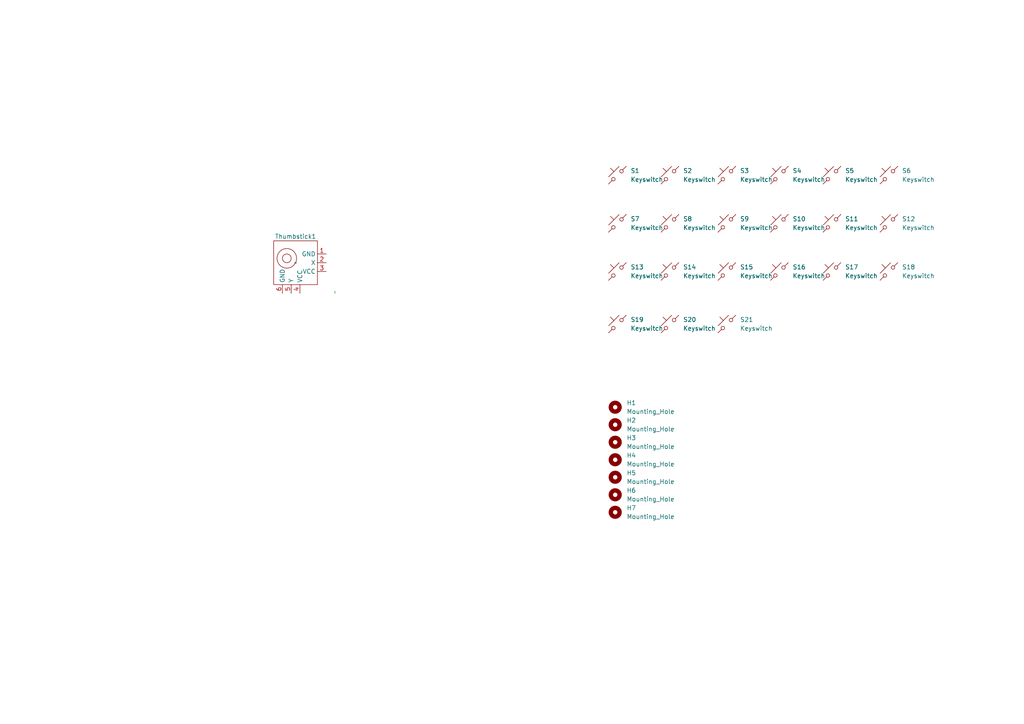
<source format=kicad_sch>
(kicad_sch (version 20230121) (generator eeschema)
  (paper "A4")
  (title_block (title "VF-31A Kairos Choc RGB") (rev "v1.0.0-rc1") (comment 2 "X=18.5mm; Y=17.5mm") (comment 3 "Spaced for MBK Glow R2 Choc Keycap Set"))
  (lib_symbols
    (symbol "ScottoKeebs:Placeholder_Keyswitch" (pin_numbers hide) (pin_names (offset 1.016) hide)
      (property "Reference" "S" (at 3.048 1.016 0))
      (property "Value" "Keyswitch" (at 0 -3.81 0))
      (symbol "Placeholder_Keyswitch_0_1"
        (circle (center -1.1684 1.1684) (radius 0.508))
        (polyline (pts (xy -0.508 2.54) (xy 2.54 -0.508)))
        (polyline (pts (xy 1.016 1.016) (xy 2.032 2.032)))
        (polyline (pts (xy -2.54 2.54) (xy -1.524 1.524) (xy -1.524 1.524)))
        (polyline (pts (xy 1.524 -1.524) (xy 2.54 -2.54) (xy 2.54 -2.54) (xy 2.54 -2.54)))
        (circle (center 1.143 -1.1938) (radius 0.508))
        (pin passive line (at -2.54 2.54 0) (length 0) (name "1") (number "1"))
        (pin passive line (at 2.54 -2.54 180) (length 0) (name "2") (number "2"))
      )
    )
    (symbol "ScottoKeebs:Placeholder_Mounting_Hole" (pin_names (offset 1.016))
      (property "Reference" "H" (at 0 5.08 0))
      (property "Value" "Mounting_Hole" (at 0 3.175 0))
      (symbol "Placeholder_Mounting_Hole_0_1"
        (circle (center 0 0) (radius 1.27) (stroke (width 1.27)))
      )
    )
    (symbol "mylocalSymbols1:Mini_2-Axis_Analog_Thumbstick"
      (property "Reference" "Thumbstick" (at 0 5.08 0))
      (symbol "Mini_2-Axis_Analog_Thumbstick_0_1"
        (rectangle (start -6.35 6.35) (end 6.35 -6.35))
        (circle (center -2.54 1.27) (radius 1.27))
        (circle (center -2.54 1.27) (radius 2.8398))
      )
      (symbol "Mini_2-Axis_Analog_Thumbstick_1_1"
        (pin power_in line (at 8.89 2.54 180) (length 2.54) (name "GND") (number "1"))
        (pin output line (at 8.89 0 180) (length 2.54) (name "X") (number "2"))
        (pin power_in line (at 8.89 -2.54 180) (length 2.54) (name "VCC") (number "3"))
        (pin power_in line (at 1.27 -8.89 90) (length 2.54) (name "VCC") (number "4"))
        (pin output line (at -1.27 -8.89 90) (length 2.54) (name "Y") (number "5"))
        (pin power_in line (at -3.81 -8.89 90) (length 2.54) (name "GND") (number "6"))
      )
    )
  )
  (wire (pts (xy 97.155 84.455) (xy 97.155 85.09)))
  (symbol (lib_id "ScottoKeebs:Placeholder_Keyswitch") (at 257.81 64.77 90) (unit 1)
    (property "Reference" "S12" (at 261.62 63.5 90) (effects (justify right)))
    (property "Value" "Keyswitch" (at 261.62 66.04 90) (effects (justify right)))
    (property "Footprint" "mylocal_footprints:Choc_1350_Mount" (effects hide))
  )
  (symbol (lib_id "ScottoKeebs:Placeholder_Keyswitch") (at 179.07 64.77 90) (unit 1)
    (property "Reference" "S7" (at 182.88 63.5 90) (effects (justify right)))
    (property "Value" "Keyswitch" (at 182.88 66.04 90) (effects (justify right)))
    (property "Footprint" "mylocal_footprints:Choc_1350_Mount" (effects hide))
  )
  (symbol (lib_id "ScottoKeebs:Placeholder_Mounting_Hole") (at 178.435 118.11 0) (unit 1)
    (property "Reference" "H1" (at 181.737 116.84 0) (effects (justify left)))
    (property "Value" "Mounting_Hole" (at 181.737 119.38 0) (effects (justify left)))
    (property "Footprint" "MountingHole:MountingHole_2.1mm" (effects hide))
  )
  (symbol (lib_id "ScottoKeebs:Placeholder_Keyswitch") (at 179.07 50.8 90) (unit 1)
    (property "Reference" "S1" (at 182.88 49.53 90) (effects (justify right)))
    (property "Value" "Keyswitch" (at 182.88 52.07 90) (effects (justify right)))
    (property "Footprint" "mylocal_footprints:Choc_1350_Mount" (effects hide))
  )
  (symbol (lib_id "ScottoKeebs:Placeholder_Keyswitch") (at 210.82 93.98 90) (unit 1)
    (property "Reference" "S21" (at 214.63 92.71 90) (effects (justify right)))
    (property "Value" "Keyswitch" (at 214.63 95.25 90) (effects (justify right)))
    (property "Footprint" "mylocal_footprints:Choc_1350_Mount" (effects hide))
  )
  (symbol (lib_id "ScottoKeebs:Placeholder_Mounting_Hole") (at 178.435 143.51 0) (unit 1)
    (property "Reference" "H6" (at 181.737 142.24 0) (effects (justify left)))
    (property "Value" "Mounting_Hole" (at 181.737 144.78 0) (effects (justify left)))
    (property "Footprint" "MountingHole:MountingHole_2.1mm" (effects hide))
  )
  (symbol (lib_id "ScottoKeebs:Placeholder_Keyswitch") (at 257.81 78.74 90) (unit 1)
    (property "Reference" "S18" (at 261.62 77.47 90) (effects (justify right)))
    (property "Value" "Keyswitch" (at 261.62 80.01 90) (effects (justify right)))
    (property "Footprint" "mylocal_footprints:Choc_1350_Mount" (effects hide))
  )
  (symbol (lib_id "ScottoKeebs:Placeholder_Keyswitch") (at 179.07 93.98 90) (unit 1)
    (property "Reference" "S19" (at 182.88 92.71 90) (effects (justify right)))
    (property "Value" "Keyswitch" (at 182.88 95.25 90) (effects (justify right)))
    (property "Footprint" "mylocal_footprints:Choc_1350_Mount" (effects hide))
  )
  (symbol (lib_id "ScottoKeebs:Placeholder_Mounting_Hole") (at 178.435 128.27 0) (unit 1)
    (property "Reference" "H3" (at 181.737 127 0) (effects (justify left)))
    (property "Value" "Mounting_Hole" (at 181.737 129.54 0) (effects (justify left)))
    (property "Footprint" "MountingHole:MountingHole_2.1mm" (effects hide))
  )
  (symbol (lib_id "ScottoKeebs:Placeholder_Mounting_Hole") (at 178.435 123.19 0) (unit 1)
    (property "Reference" "H2" (at 181.737 121.92 0) (effects (justify left)))
    (property "Value" "Mounting_Hole" (at 181.737 124.46 0) (effects (justify left)))
    (property "Footprint" "MountingHole:MountingHole_2.1mm" (effects hide))
  )
  (symbol (lib_id "ScottoKeebs:Placeholder_Mounting_Hole") (at 178.435 148.59 0) (unit 1)
    (property "Reference" "H7" (at 181.737 147.32 0) (effects (justify left)))
    (property "Value" "Mounting_Hole" (at 181.737 149.86 0) (effects (justify left)))
    (property "Footprint" "MountingHole:MountingHole_2.1mm" (effects hide))
  )
  (symbol (lib_id "ScottoKeebs:Placeholder_Mounting_Hole") (at 178.435 133.35 0) (unit 1)
    (property "Reference" "H4" (at 181.737 132.08 0) (effects (justify left)))
    (property "Value" "Mounting_Hole" (at 181.737 134.62 0) (effects (justify left)))
    (property "Footprint" "MountingHole:MountingHole_2.1mm" (effects hide))
  )
  (symbol (lib_id "ScottoKeebs:Placeholder_Keyswitch") (at 241.3 50.8 90) (unit 1)
    (property "Reference" "S5" (at 245.11 49.53 90) (effects (justify right)))
    (property "Value" "Keyswitch" (at 245.11 52.07 90) (effects (justify right)))
    (property "Footprint" "mylocal_footprints:Choc_1350_Mount" (effects hide))
  )
  (symbol (lib_id "ScottoKeebs:Placeholder_Mounting_Hole") (at 178.435 138.43 0) (unit 1)
    (property "Reference" "H5" (at 181.737 137.16 0) (effects (justify left)))
    (property "Value" "Mounting_Hole" (at 181.737 139.7 0) (effects (justify left)))
    (property "Footprint" "MountingHole:MountingHole_2.1mm" (effects hide))
  )
  (symbol (lib_id "ScottoKeebs:Placeholder_Keyswitch") (at 179.07 78.74 90) (unit 1)
    (property "Reference" "S13" (at 182.88 77.47 90) (effects (justify right)))
    (property "Value" "Keyswitch" (at 182.88 80.01 90) (effects (justify right)))
    (property "Footprint" "mylocal_footprints:Choc_1350_Mount" (effects hide))
  )
  (symbol (lib_id "ScottoKeebs:Placeholder_Keyswitch") (at 226.06 64.77 90) (unit 1)
    (property "Reference" "S10" (at 229.87 63.5 90) (effects (justify right)))
    (property "Value" "Keyswitch" (at 229.87 66.04 90) (effects (justify right)))
    (property "Footprint" "mylocal_footprints:Choc_1350_Mount" (effects hide))
  )
  (symbol (lib_id "mylocalSymbols1:Mini_2-Axis_Analog_Thumbstick") (at 85.725 76.2 0) (unit 1)
    (property "Reference" "Thumbstick1" (at 85.725 68.58 0))
    (property "Value" "~" (at 85.725 76.2 0))
    (property "Footprint" "mylocal_footprints:Adafruit 2765 Through Hole" (effects hide))
  )
  (symbol (lib_id "ScottoKeebs:Placeholder_Keyswitch") (at 241.3 64.77 90) (unit 1)
    (property "Reference" "S11" (at 245.11 63.5 90) (effects (justify right)))
    (property "Value" "Keyswitch" (at 245.11 66.04 90) (effects (justify right)))
    (property "Footprint" "mylocal_footprints:Choc_1350_Mount" (effects hide))
  )
  (symbol (lib_id "ScottoKeebs:Placeholder_Keyswitch") (at 226.06 50.8 90) (unit 1)
    (property "Reference" "S4" (at 229.87 49.53 90) (effects (justify right)))
    (property "Value" "Keyswitch" (at 229.87 52.07 90) (effects (justify right)))
    (property "Footprint" "mylocal_footprints:Choc_1350_Mount" (effects hide))
  )
  (symbol (lib_id "ScottoKeebs:Placeholder_Keyswitch") (at 194.31 50.8 90) (unit 1)
    (property "Reference" "S2" (at 198.12 49.53 90) (effects (justify right)))
    (property "Value" "Keyswitch" (at 198.12 52.07 90) (effects (justify right)))
    (property "Footprint" "mylocal_footprints:Choc_1350_Mount" (effects hide))
  )
  (symbol (lib_id "ScottoKeebs:Placeholder_Keyswitch") (at 210.82 50.8 90) (unit 1)
    (property "Reference" "S3" (at 214.63 49.53 90) (effects (justify right)))
    (property "Value" "Keyswitch" (at 214.63 52.07 90) (effects (justify right)))
    (property "Footprint" "mylocal_footprints:Choc_1350_Mount" (effects hide))
  )
  (symbol (lib_id "ScottoKeebs:Placeholder_Keyswitch") (at 210.82 64.77 90) (unit 1)
    (property "Reference" "S9" (at 214.63 63.5 90) (effects (justify right)))
    (property "Value" "Keyswitch" (at 214.63 66.04 90) (effects (justify right)))
    (property "Footprint" "mylocal_footprints:Choc_1350_Mount" (effects hide))
  )
  (symbol (lib_id "ScottoKeebs:Placeholder_Keyswitch") (at 210.82 78.74 90) (unit 1)
    (property "Reference" "S15" (at 214.63 77.47 90) (effects (justify right)))
    (property "Value" "Keyswitch" (at 214.63 80.01 90) (effects (justify right)))
    (property "Footprint" "mylocal_footprints:Choc_1350_Mount" (effects hide))
  )
  (symbol (lib_id "ScottoKeebs:Placeholder_Keyswitch") (at 194.31 78.74 90) (unit 1)
    (property "Reference" "S14" (at 198.12 77.47 90) (effects (justify right)))
    (property "Value" "Keyswitch" (at 198.12 80.01 90) (effects (justify right)))
    (property "Footprint" "mylocal_footprints:Choc_1350_Mount" (effects hide))
  )
  (symbol (lib_id "ScottoKeebs:Placeholder_Keyswitch") (at 241.3 78.74 90) (unit 1)
    (property "Reference" "S17" (at 245.11 77.47 90) (effects (justify right)))
    (property "Value" "Keyswitch" (at 245.11 80.01 90) (effects (justify right)))
    (property "Footprint" "mylocal_footprints:Choc_1350_Mount" (effects hide))
  )
  (symbol (lib_id "ScottoKeebs:Placeholder_Keyswitch") (at 194.31 64.77 90) (unit 1)
    (property "Reference" "S8" (at 198.12 63.5 90) (effects (justify right)))
    (property "Value" "Keyswitch" (at 198.12 66.04 90) (effects (justify right)))
    (property "Footprint" "mylocal_footprints:Choc_1350_Mount" (effects hide))
  )
  (symbol (lib_id "ScottoKeebs:Placeholder_Keyswitch") (at 194.31 93.98 90) (unit 1)
    (property "Reference" "S20" (at 198.12 92.71 90) (effects (justify right)))
    (property "Value" "Keyswitch" (at 198.12 95.25 90) (effects (justify right)))
    (property "Footprint" "mylocal_footprints:Choc_1350_Mount" (effects hide))
  )
  (symbol (lib_id "ScottoKeebs:Placeholder_Keyswitch") (at 257.81 50.8 90) (unit 1)
    (property "Reference" "S6" (at 261.62 49.53 90) (effects (justify right)))
    (property "Value" "Keyswitch" (at 261.62 52.07 90) (effects (justify right)))
    (property "Footprint" "mylocal_footprints:Choc_1350_Mount" (effects hide))
  )
  (symbol (lib_id "ScottoKeebs:Placeholder_Keyswitch") (at 226.06 78.74 90) (unit 1)
    (property "Reference" "S16" (at 229.87 77.47 90) (effects (justify right)))
    (property "Value" "Keyswitch" (at 229.87 80.01 90) (effects (justify right)))
    (property "Footprint" "mylocal_footprints:Choc_1350_Mount" (effects hide))
  )
)
</source>
